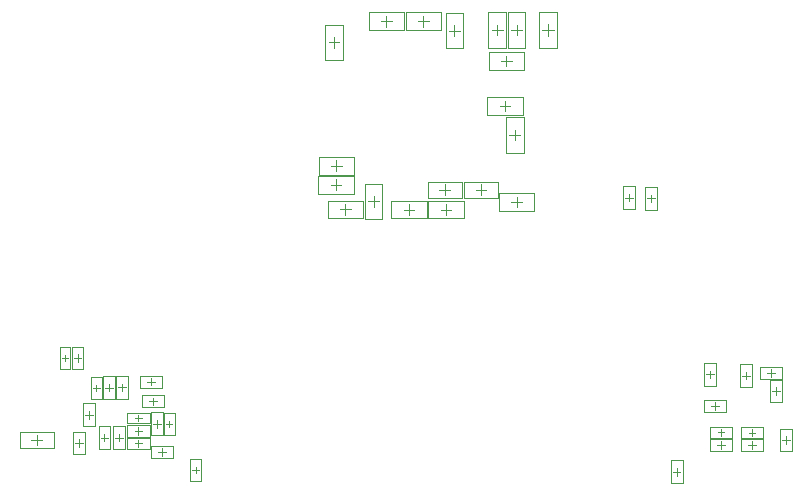
<source format=gbr>
%TF.GenerationSoftware,Altium Limited,Altium Designer,18.1.7 (191)*%
G04 Layer_Color=16711935*
%FSLAX26Y26*%
%MOIN*%
%TF.FileFunction,Other,Bottom_Courtyard*%
%TF.Part,Single*%
G01*
G75*
%TA.AperFunction,NonConductor*%
%ADD108C,0.003937*%
%ADD176C,0.001968*%
D108*
X359764Y917638D02*
Y953071D01*
X342047Y935354D02*
X377480D01*
X1959448Y1711064D02*
Y1746496D01*
X1941732Y1728780D02*
X1977166D01*
X2406142Y1728189D02*
Y1753780D01*
X2393346Y1740984D02*
X2418937D01*
X2333268Y1731496D02*
Y1757087D01*
X2320472Y1744291D02*
X2346063D01*
X631673Y1111004D02*
X657264D01*
X644468Y1098209D02*
Y1123799D01*
X734095Y1064803D02*
X759685D01*
X746890Y1052008D02*
Y1077598D01*
X777953Y883346D02*
Y908937D01*
X765158Y896142D02*
X790748D01*
X634882Y931181D02*
Y956772D01*
X622087Y943976D02*
X647677D01*
X572559D02*
X598149D01*
X585354Y931181D02*
Y956772D01*
X533957Y1007579D02*
Y1033169D01*
X521161Y1020374D02*
X546752D01*
X2744173Y906417D02*
Y932008D01*
X2731378Y919213D02*
X2756968D01*
X2858268Y922795D02*
Y948386D01*
X2845472Y935591D02*
X2871063D01*
X2811693Y1099528D02*
X2837283D01*
X2824488Y1086732D02*
Y1112323D01*
X2724803Y1137874D02*
Y1163465D01*
X2712008Y1150669D02*
X2737598D01*
X2620709Y1036417D02*
Y1062008D01*
X2607913Y1049213D02*
X2633504D01*
X2627756Y919311D02*
X2653347D01*
X2640551Y906516D02*
Y932106D01*
X499764Y913150D02*
Y938740D01*
X486969Y925945D02*
X512559D01*
X2492717Y817579D02*
Y843169D01*
X2479921Y830374D02*
X2505512D01*
X2806457Y1147244D02*
Y1172835D01*
X2793661Y1160039D02*
X2819252D01*
X2603661Y1141851D02*
Y1167441D01*
X2590866Y1154646D02*
X2616457D01*
X587402Y1110433D02*
X612992D01*
X600197Y1097638D02*
Y1123228D01*
X685591Y966614D02*
X711181D01*
X698386Y953819D02*
Y979409D01*
X482795Y1209882D02*
X508386D01*
X495591Y1197087D02*
Y1222677D01*
X759842Y977480D02*
Y1003071D01*
X747047Y990276D02*
X772638D01*
X740551Y1117756D02*
Y1143346D01*
X727756Y1130551D02*
X753346D01*
X1840669Y1752244D02*
Y1787677D01*
X1822953Y1769961D02*
X1858386D01*
X1719646Y1752323D02*
Y1787756D01*
X1701929Y1770039D02*
X1737362D01*
X558111Y1099292D02*
Y1120944D01*
X547283Y1110118D02*
X568937D01*
X889448Y825314D02*
Y846968D01*
X878622Y836142D02*
X900276D01*
X443464Y1209960D02*
X465118D01*
X454292Y1199134D02*
Y1220788D01*
X801378Y979292D02*
Y1000944D01*
X790552Y990118D02*
X812204D01*
X698700Y914134D02*
Y935788D01*
X687874Y924960D02*
X709528D01*
X698740Y998386D02*
Y1020040D01*
X687914Y1009212D02*
X709566D01*
X2640472Y950314D02*
Y971968D01*
X2629646Y961142D02*
X2651300D01*
X2743818Y950138D02*
Y971792D01*
X2732992Y960964D02*
X2754646D01*
X2063937Y2283426D02*
Y2322796D01*
X2044251Y2303110D02*
X2083621D01*
X1959252Y2285394D02*
Y2320826D01*
X1941536Y2303110D02*
X1976968D01*
X1952992Y1935158D02*
Y1970590D01*
X1935276Y1952874D02*
X1970708D01*
X1902638Y2049094D02*
X1938070D01*
X1920354Y2031378D02*
Y2066812D01*
X1907126Y2199330D02*
X1942560D01*
X1924842Y2181614D02*
Y2217048D01*
X1752204Y2282520D02*
Y2317954D01*
X1734488Y2300236D02*
X1769920D01*
X1630316Y2331850D02*
X1665748D01*
X1648032Y2314134D02*
Y2349566D01*
X1507520Y2331574D02*
X1542952D01*
X1525236Y2313858D02*
Y2349292D01*
X1895000Y2284764D02*
Y2320196D01*
X1877284Y2302480D02*
X1912716D01*
X1332401Y2261023D02*
X1367835D01*
X1350119Y2243307D02*
Y2278741D01*
X1358472Y1832340D02*
Y1867774D01*
X1340754Y1850056D02*
X1376188D01*
X1357270Y1768916D02*
Y1804350D01*
X1339552Y1786632D02*
X1374986D01*
X1388740Y1687008D02*
Y1722440D01*
X1371024Y1704724D02*
X1406456D01*
X1464528Y1731260D02*
X1499960D01*
X1482244Y1713544D02*
Y1748976D01*
X1600708Y1686338D02*
Y1721772D01*
X1582992Y1704056D02*
X1618426D01*
X1723308Y1686338D02*
Y1721772D01*
X1705590Y1704056D02*
X1741024D01*
D176*
X302677Y962913D02*
X416850D01*
X302677Y907795D02*
X416850D01*
Y962913D01*
X302677Y907795D02*
Y962913D01*
X1900394Y1699252D02*
X2018504D01*
X1900394Y1758308D02*
X2018504D01*
X1900394Y1699252D02*
Y1758308D01*
X2018504Y1699252D02*
Y1758308D01*
X2386457Y1703583D02*
X2425827D01*
X2386457Y1778386D02*
X2425827D01*
Y1703583D02*
Y1778386D01*
X2386457Y1703583D02*
Y1778386D01*
X2313583Y1706890D02*
X2352953D01*
X2313583Y1781693D02*
X2352953D01*
Y1706890D02*
Y1781693D01*
X2313583Y1706890D02*
Y1781693D01*
X664154Y1073602D02*
Y1148406D01*
X624784Y1073602D02*
Y1148406D01*
Y1073602D02*
X664154D01*
X624784Y1148406D02*
X664154D01*
X784291Y1045118D02*
Y1084488D01*
X709488Y1045118D02*
Y1084488D01*
X784291D01*
X709488Y1045118D02*
X784291D01*
X740551Y876457D02*
X815354D01*
X740551Y915827D02*
X815354D01*
X740551Y876457D02*
Y915827D01*
X815354Y876457D02*
Y915827D01*
X615197Y906575D02*
X654567D01*
X615197Y981378D02*
X654567D01*
Y906575D02*
Y981378D01*
X615197Y906575D02*
Y981378D01*
X565669Y906575D02*
Y981378D01*
X605039Y906575D02*
Y981378D01*
X565669D02*
X605039D01*
X565669Y906575D02*
X605039D01*
X514272Y982973D02*
X553642D01*
X514272Y1057776D02*
X553642D01*
Y982973D02*
Y1057776D01*
X514272Y982973D02*
Y1057776D01*
X2706772Y899528D02*
X2781575D01*
X2706772Y938898D02*
X2781575D01*
X2706772Y899528D02*
Y938898D01*
X2781575Y899528D02*
Y938898D01*
X2838583Y898189D02*
X2877953D01*
X2838583Y972992D02*
X2877953D01*
Y898189D02*
Y972992D01*
X2838583Y898189D02*
Y972992D01*
X2804803Y1062126D02*
Y1136929D01*
X2844173Y1062126D02*
Y1136929D01*
X2804803D02*
X2844173D01*
X2804803Y1062126D02*
X2844173D01*
X2705118Y1113268D02*
X2744488D01*
X2705118Y1188071D02*
X2744488D01*
Y1113268D02*
Y1188071D01*
X2705118Y1113268D02*
Y1188071D01*
X2583307Y1029527D02*
X2658110D01*
X2583307Y1068898D02*
X2658110D01*
X2583307Y1029527D02*
Y1068898D01*
X2658110Y1029527D02*
Y1068898D01*
X2677953Y899626D02*
Y938996D01*
X2603150Y899626D02*
Y938996D01*
X2677953D01*
X2603150Y899626D02*
X2677953D01*
X480079Y888543D02*
X519449D01*
X480079Y963346D02*
X519449D01*
Y888543D02*
Y963346D01*
X480079Y888543D02*
Y963346D01*
X2473032Y792973D02*
X2512402D01*
X2473032Y867776D02*
X2512402D01*
Y792973D02*
Y867776D01*
X2473032Y792973D02*
Y867776D01*
X2769055Y1140354D02*
X2843858D01*
X2769055Y1179724D02*
X2843858D01*
X2769055Y1140354D02*
Y1179724D01*
X2843858Y1140354D02*
Y1179724D01*
X2583976Y1117244D02*
X2623346D01*
X2583976Y1192047D02*
X2623346D01*
Y1117244D02*
Y1192047D01*
X2583976Y1117244D02*
Y1192047D01*
X580512Y1073032D02*
Y1147835D01*
X619882Y1073032D02*
Y1147835D01*
X580512D02*
X619882D01*
X580512Y1073032D02*
X619882D01*
X735787Y946929D02*
Y986299D01*
X660984Y946929D02*
Y986299D01*
X735787D01*
X660984Y946929D02*
X735787D01*
X475906Y1172480D02*
Y1247284D01*
X515276Y1172480D02*
Y1247284D01*
X475906D02*
X515276D01*
X475906Y1172480D02*
X515276D01*
X740158Y1027677D02*
X779528D01*
X740158Y952874D02*
X779528D01*
X740158D02*
Y1027677D01*
X779528Y952874D02*
Y1027677D01*
X703150Y1110866D02*
X777953D01*
X703150Y1150236D02*
X777953D01*
X703150Y1110866D02*
Y1150236D01*
X777953Y1110866D02*
Y1150236D01*
X1783583Y1797520D02*
X1897756D01*
X1783583Y1742402D02*
X1897756D01*
Y1797520D01*
X1783583Y1742402D02*
Y1797520D01*
X1662559Y1797599D02*
X1776732D01*
X1662559Y1742480D02*
X1776732D01*
Y1797599D01*
X1662559Y1742480D02*
Y1797599D01*
X540394Y1072716D02*
X575827D01*
X540394Y1147520D02*
X575827D01*
Y1072716D02*
Y1147520D01*
X540394Y1072716D02*
Y1147520D01*
X871732Y873544D02*
X907166D01*
X871732Y798740D02*
X907166D01*
X871732D02*
Y873544D01*
X907166Y798740D02*
Y873544D01*
X436574Y1172558D02*
Y1247362D01*
X472008Y1172558D02*
Y1247362D01*
X436574D02*
X472008D01*
X436574Y1172558D02*
X472008D01*
X783662Y1027520D02*
X819094D01*
X783662Y952716D02*
X819094D01*
X783662D02*
Y1027520D01*
X819094Y952716D02*
Y1027520D01*
X661300Y907244D02*
X736102D01*
X661300Y942678D02*
X736102D01*
X661300Y907244D02*
Y942678D01*
X736102Y907244D02*
Y942678D01*
X661338Y991496D02*
X736142D01*
X661338Y1026930D02*
X736142D01*
X661338Y991496D02*
Y1026930D01*
X736142Y991496D02*
Y1026930D01*
X2603070Y943426D02*
X2677874D01*
X2603070Y978858D02*
X2677874D01*
X2603070Y943426D02*
Y978858D01*
X2677874Y943426D02*
Y978858D01*
X2706418Y943248D02*
X2781220D01*
X2706418Y978682D02*
X2781220D01*
X2706418Y943248D02*
Y978682D01*
X2781220Y943248D02*
Y978682D01*
X2032441Y2242086D02*
X2095433D01*
X2032441Y2364134D02*
X2095433D01*
Y2242086D02*
Y2364134D01*
X2032441Y2242086D02*
Y2364134D01*
X1929724Y2362166D02*
X1988780D01*
X1929724Y2244056D02*
X1988780D01*
X1929724D02*
Y2362166D01*
X1988780Y2244056D02*
Y2362166D01*
X1923464Y2011930D02*
X1982520D01*
X1923464Y1893818D02*
X1982520D01*
X1923464D02*
Y2011930D01*
X1982520Y1893818D02*
Y2011930D01*
X1979410Y2019568D02*
Y2078622D01*
X1861300Y2019568D02*
Y2078622D01*
X1979410D01*
X1861300Y2019568D02*
X1979410D01*
X1983898Y2169804D02*
Y2228858D01*
X1865788Y2169804D02*
Y2228858D01*
X1983898D01*
X1865788Y2169804D02*
X1983898D01*
X1722676Y2359292D02*
X1781732D01*
X1722676Y2241182D02*
X1781732D01*
X1722676D02*
Y2359292D01*
X1781732Y2241182D02*
Y2359292D01*
X1707086Y2302322D02*
Y2361378D01*
X1588976Y2302322D02*
Y2361378D01*
X1707086D01*
X1588976Y2302322D02*
X1707086D01*
X1584292Y2302048D02*
Y2361102D01*
X1466182Y2302048D02*
Y2361102D01*
X1584292D01*
X1466182Y2302048D02*
X1584292D01*
X1865472Y2361536D02*
X1924528D01*
X1865472Y2243426D02*
X1924528D01*
X1865472D02*
Y2361536D01*
X1924528Y2243426D02*
Y2361536D01*
X1320591Y2201969D02*
Y2320079D01*
X1379645Y2201969D02*
Y2320079D01*
X1320591D02*
X1379645D01*
X1320591Y2201969D02*
X1379645D01*
X1299416Y1879584D02*
X1417526D01*
X1299416Y1820530D02*
X1417526D01*
Y1879584D01*
X1299416Y1820530D02*
Y1879584D01*
X1298214Y1816160D02*
X1416324D01*
X1298214Y1757106D02*
X1416324D01*
Y1816160D01*
X1298214Y1757106D02*
Y1816160D01*
X1329686Y1734252D02*
X1447796D01*
X1329686Y1675196D02*
X1447796D01*
Y1734252D01*
X1329686Y1675196D02*
Y1734252D01*
X1452716Y1672204D02*
Y1790314D01*
X1511772Y1672204D02*
Y1790314D01*
X1452716D02*
X1511772D01*
X1452716Y1672204D02*
X1511772D01*
X1541654Y1674528D02*
X1659764D01*
X1541654Y1733582D02*
X1659764D01*
X1541654Y1674528D02*
Y1733582D01*
X1659764Y1674528D02*
Y1733582D01*
X1664252D02*
X1782362D01*
X1664252Y1674528D02*
X1782362D01*
Y1733582D01*
X1664252Y1674528D02*
Y1733582D01*
%TF.MD5,fb5988b72965dd0b9080d988c3ae8291*%
M02*

</source>
